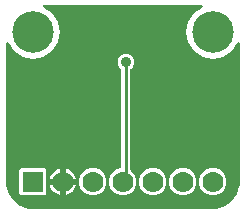
<source format=gbr>
G04 EAGLE Gerber RS-274X export*
G75*
%MOMM*%
%FSLAX34Y34*%
%LPD*%
%INBottom Copper*%
%IPPOS*%
%AMOC8*
5,1,8,0,0,1.08239X$1,22.5*%
G01*
%ADD10R,1.778000X1.778000*%
%ADD11C,1.778000*%
%ADD12C,3.516000*%
%ADD13C,0.906400*%
%ADD14C,0.304800*%
%ADD15C,0.254000*%

G36*
X177822Y2543D02*
X177822Y2543D01*
X177900Y2545D01*
X181277Y2810D01*
X181345Y2824D01*
X181414Y2829D01*
X181570Y2869D01*
X187994Y4956D01*
X188101Y5006D01*
X188212Y5050D01*
X188263Y5083D01*
X188282Y5091D01*
X188297Y5104D01*
X188348Y5136D01*
X193812Y9107D01*
X193899Y9188D01*
X193946Y9227D01*
X193952Y9231D01*
X193953Y9232D01*
X193991Y9264D01*
X194029Y9310D01*
X194044Y9324D01*
X194055Y9342D01*
X194093Y9388D01*
X198064Y14852D01*
X198121Y14956D01*
X198185Y15056D01*
X198207Y15113D01*
X198217Y15131D01*
X198222Y15151D01*
X198244Y15206D01*
X200331Y21630D01*
X200344Y21698D01*
X200367Y21764D01*
X200390Y21923D01*
X200655Y25300D01*
X200655Y25304D01*
X200656Y25307D01*
X200655Y25326D01*
X200659Y25400D01*
X200659Y142396D01*
X200646Y142500D01*
X200642Y142604D01*
X200626Y142657D01*
X200619Y142711D01*
X200581Y142808D01*
X200551Y142909D01*
X200523Y142956D01*
X200502Y143007D01*
X200441Y143092D01*
X200387Y143181D01*
X200348Y143220D01*
X200316Y143265D01*
X200235Y143331D01*
X200161Y143404D01*
X200113Y143432D01*
X200071Y143467D01*
X199976Y143512D01*
X199886Y143564D01*
X199833Y143579D01*
X199783Y143603D01*
X199680Y143622D01*
X199580Y143651D01*
X199525Y143652D01*
X199471Y143663D01*
X199366Y143656D01*
X199262Y143659D01*
X199208Y143646D01*
X199153Y143643D01*
X199054Y143611D01*
X198952Y143587D01*
X198903Y143562D01*
X198851Y143545D01*
X198762Y143489D01*
X198670Y143441D01*
X198628Y143404D01*
X198582Y143375D01*
X198510Y143299D01*
X198432Y143229D01*
X198379Y143159D01*
X198364Y143143D01*
X198357Y143130D01*
X198335Y143101D01*
X193834Y136366D01*
X186478Y131450D01*
X177800Y129724D01*
X169122Y131450D01*
X161766Y136366D01*
X156850Y143722D01*
X155124Y152400D01*
X156850Y161078D01*
X161766Y168434D01*
X168501Y172935D01*
X168580Y173003D01*
X168665Y173064D01*
X168700Y173107D01*
X168741Y173143D01*
X168801Y173229D01*
X168867Y173309D01*
X168891Y173359D01*
X168922Y173405D01*
X168958Y173503D01*
X169003Y173597D01*
X169013Y173651D01*
X169032Y173703D01*
X169043Y173807D01*
X169063Y173910D01*
X169059Y173965D01*
X169065Y174019D01*
X169049Y174123D01*
X169043Y174227D01*
X169026Y174279D01*
X169018Y174334D01*
X168977Y174430D01*
X168945Y174529D01*
X168915Y174576D01*
X168894Y174627D01*
X168831Y174710D01*
X168775Y174798D01*
X168735Y174836D01*
X168701Y174880D01*
X168619Y174945D01*
X168543Y175016D01*
X168495Y175043D01*
X168452Y175077D01*
X168356Y175119D01*
X168265Y175170D01*
X168211Y175183D01*
X168161Y175206D01*
X168058Y175223D01*
X167957Y175249D01*
X167869Y175255D01*
X167847Y175258D01*
X167832Y175257D01*
X167796Y175259D01*
X35404Y175259D01*
X35300Y175246D01*
X35196Y175242D01*
X35143Y175226D01*
X35089Y175219D01*
X34992Y175181D01*
X34891Y175151D01*
X34844Y175123D01*
X34793Y175102D01*
X34708Y175041D01*
X34619Y174987D01*
X34580Y174948D01*
X34535Y174916D01*
X34469Y174835D01*
X34396Y174761D01*
X34368Y174713D01*
X34333Y174671D01*
X34288Y174576D01*
X34236Y174486D01*
X34221Y174433D01*
X34197Y174383D01*
X34178Y174280D01*
X34149Y174180D01*
X34148Y174125D01*
X34137Y174071D01*
X34144Y173966D01*
X34141Y173862D01*
X34154Y173808D01*
X34157Y173753D01*
X34189Y173654D01*
X34213Y173552D01*
X34238Y173503D01*
X34255Y173451D01*
X34311Y173362D01*
X34359Y173270D01*
X34396Y173228D01*
X34425Y173182D01*
X34501Y173110D01*
X34571Y173032D01*
X34641Y172979D01*
X34657Y172964D01*
X34670Y172957D01*
X34699Y172935D01*
X41434Y168434D01*
X46350Y161078D01*
X48076Y152400D01*
X46350Y143722D01*
X41434Y136366D01*
X34078Y131450D01*
X25400Y129724D01*
X16722Y131450D01*
X9366Y136366D01*
X4865Y143101D01*
X4797Y143180D01*
X4736Y143265D01*
X4693Y143300D01*
X4657Y143341D01*
X4571Y143401D01*
X4491Y143467D01*
X4441Y143491D01*
X4395Y143522D01*
X4297Y143558D01*
X4203Y143603D01*
X4149Y143613D01*
X4097Y143632D01*
X3993Y143643D01*
X3890Y143663D01*
X3835Y143659D01*
X3781Y143665D01*
X3677Y143649D01*
X3573Y143643D01*
X3521Y143626D01*
X3466Y143618D01*
X3370Y143577D01*
X3271Y143545D01*
X3224Y143515D01*
X3173Y143494D01*
X3090Y143431D01*
X3002Y143375D01*
X2964Y143335D01*
X2920Y143301D01*
X2855Y143219D01*
X2784Y143143D01*
X2757Y143095D01*
X2723Y143052D01*
X2681Y142956D01*
X2630Y142865D01*
X2617Y142811D01*
X2594Y142761D01*
X2577Y142658D01*
X2551Y142557D01*
X2545Y142469D01*
X2542Y142447D01*
X2543Y142432D01*
X2541Y142396D01*
X2541Y25400D01*
X2543Y25378D01*
X2545Y25300D01*
X2810Y21923D01*
X2824Y21855D01*
X2829Y21786D01*
X2869Y21630D01*
X4956Y15206D01*
X5006Y15099D01*
X5050Y14988D01*
X5083Y14937D01*
X5091Y14918D01*
X5104Y14903D01*
X5136Y14852D01*
X9107Y9388D01*
X9127Y9366D01*
X9138Y9348D01*
X9184Y9305D01*
X9188Y9301D01*
X9264Y9209D01*
X9310Y9171D01*
X9324Y9156D01*
X9342Y9145D01*
X9388Y9107D01*
X14596Y5322D01*
X14852Y5136D01*
X14956Y5079D01*
X15056Y5015D01*
X15113Y4993D01*
X15131Y4983D01*
X15151Y4978D01*
X15206Y4956D01*
X21630Y2869D01*
X21698Y2856D01*
X21764Y2833D01*
X21923Y2810D01*
X25300Y2545D01*
X25322Y2546D01*
X25400Y2541D01*
X177800Y2541D01*
X177822Y2543D01*
G37*
%LPC*%
G36*
X99326Y13969D02*
X99326Y13969D01*
X95125Y15709D01*
X91909Y18925D01*
X90169Y23126D01*
X90169Y27674D01*
X91909Y31875D01*
X95125Y35091D01*
X99546Y36922D01*
X99571Y36936D01*
X99599Y36945D01*
X99631Y36965D01*
X99636Y36967D01*
X99650Y36977D01*
X99709Y37015D01*
X99822Y37079D01*
X99843Y37100D01*
X99868Y37116D01*
X99957Y37210D01*
X100050Y37300D01*
X100066Y37326D01*
X100086Y37347D01*
X100149Y37461D01*
X100217Y37572D01*
X100225Y37600D01*
X100240Y37626D01*
X100272Y37751D01*
X100310Y37876D01*
X100312Y37905D01*
X100319Y37934D01*
X100329Y38094D01*
X100329Y120283D01*
X100317Y120381D01*
X100314Y120480D01*
X100297Y120538D01*
X100289Y120598D01*
X100253Y120690D01*
X100225Y120785D01*
X100195Y120838D01*
X100172Y120894D01*
X100114Y120974D01*
X100064Y121059D01*
X99998Y121135D01*
X99986Y121151D01*
X99976Y121159D01*
X99958Y121180D01*
X98144Y122994D01*
X97067Y125593D01*
X97067Y128407D01*
X98144Y131006D01*
X100134Y132996D01*
X102733Y134073D01*
X105547Y134073D01*
X108146Y132996D01*
X110136Y131006D01*
X111213Y128407D01*
X111213Y125593D01*
X110136Y122994D01*
X108322Y121180D01*
X108262Y121102D01*
X108194Y121030D01*
X108165Y120977D01*
X108128Y120929D01*
X108088Y120838D01*
X108040Y120751D01*
X108025Y120693D01*
X108001Y120637D01*
X107986Y120539D01*
X107961Y120443D01*
X107955Y120343D01*
X107951Y120323D01*
X107953Y120311D01*
X107951Y120283D01*
X107951Y35740D01*
X107963Y35642D01*
X107966Y35543D01*
X107983Y35485D01*
X107991Y35425D01*
X108027Y35333D01*
X108055Y35238D01*
X108085Y35186D01*
X108108Y35129D01*
X108166Y35049D01*
X108216Y34964D01*
X108282Y34889D01*
X108294Y34872D01*
X108304Y34864D01*
X108322Y34843D01*
X111291Y31875D01*
X113031Y27674D01*
X113031Y23126D01*
X111291Y18925D01*
X108075Y15709D01*
X103874Y13969D01*
X99326Y13969D01*
G37*
%LPD*%
%LPC*%
G36*
X15458Y13969D02*
X15458Y13969D01*
X13969Y15458D01*
X13969Y35342D01*
X15458Y36831D01*
X35342Y36831D01*
X36831Y35342D01*
X36831Y15458D01*
X35342Y13969D01*
X15458Y13969D01*
G37*
%LPD*%
%LPC*%
G36*
X175526Y13969D02*
X175526Y13969D01*
X171325Y15709D01*
X168109Y18925D01*
X166369Y23126D01*
X166369Y27674D01*
X168109Y31875D01*
X171325Y35091D01*
X175526Y36831D01*
X180074Y36831D01*
X184275Y35091D01*
X187491Y31875D01*
X189231Y27674D01*
X189231Y23126D01*
X187491Y18925D01*
X184275Y15709D01*
X180074Y13969D01*
X175526Y13969D01*
G37*
%LPD*%
%LPC*%
G36*
X150126Y13969D02*
X150126Y13969D01*
X145925Y15709D01*
X142709Y18925D01*
X140969Y23126D01*
X140969Y27674D01*
X142709Y31875D01*
X145925Y35091D01*
X150126Y36831D01*
X154674Y36831D01*
X158875Y35091D01*
X162091Y31875D01*
X163831Y27674D01*
X163831Y23126D01*
X162091Y18925D01*
X158875Y15709D01*
X154674Y13969D01*
X150126Y13969D01*
G37*
%LPD*%
%LPC*%
G36*
X124726Y13969D02*
X124726Y13969D01*
X120525Y15709D01*
X117309Y18925D01*
X115569Y23126D01*
X115569Y27674D01*
X117309Y31875D01*
X120525Y35091D01*
X124726Y36831D01*
X129274Y36831D01*
X133475Y35091D01*
X136691Y31875D01*
X138431Y27674D01*
X138431Y23126D01*
X136691Y18925D01*
X133475Y15709D01*
X129274Y13969D01*
X124726Y13969D01*
G37*
%LPD*%
%LPC*%
G36*
X73926Y13969D02*
X73926Y13969D01*
X69725Y15709D01*
X66509Y18925D01*
X64769Y23126D01*
X64769Y27674D01*
X66509Y31875D01*
X69725Y35091D01*
X73926Y36831D01*
X78474Y36831D01*
X82675Y35091D01*
X85891Y31875D01*
X87631Y27674D01*
X87631Y23126D01*
X85891Y18925D01*
X82675Y15709D01*
X78474Y13969D01*
X73926Y13969D01*
G37*
%LPD*%
%LPC*%
G36*
X53299Y27899D02*
X53299Y27899D01*
X53299Y36577D01*
X53477Y36549D01*
X55188Y35993D01*
X56791Y35177D01*
X58247Y34119D01*
X59519Y32847D01*
X60577Y31391D01*
X61393Y29788D01*
X61949Y28077D01*
X61977Y27899D01*
X53299Y27899D01*
G37*
%LPD*%
%LPC*%
G36*
X39623Y27899D02*
X39623Y27899D01*
X39651Y28077D01*
X40207Y29788D01*
X41023Y31391D01*
X42081Y32847D01*
X43353Y34119D01*
X44809Y35177D01*
X46412Y35993D01*
X48123Y36549D01*
X48301Y36577D01*
X48301Y27899D01*
X39623Y27899D01*
G37*
%LPD*%
%LPC*%
G36*
X53299Y22901D02*
X53299Y22901D01*
X61977Y22901D01*
X61949Y22723D01*
X61393Y21012D01*
X60577Y19409D01*
X59519Y17953D01*
X58247Y16681D01*
X56791Y15623D01*
X55188Y14807D01*
X53477Y14251D01*
X53299Y14223D01*
X53299Y22901D01*
G37*
%LPD*%
%LPC*%
G36*
X48123Y14251D02*
X48123Y14251D01*
X46412Y14807D01*
X44809Y15623D01*
X43353Y16681D01*
X42081Y17953D01*
X41023Y19409D01*
X40207Y21012D01*
X39651Y22723D01*
X39623Y22901D01*
X48301Y22901D01*
X48301Y14223D01*
X48123Y14251D01*
G37*
%LPD*%
D10*
X25400Y25400D03*
D11*
X50800Y25400D03*
X76200Y25400D03*
X101600Y25400D03*
X127000Y25400D03*
X152400Y25400D03*
X177800Y25400D03*
D12*
X25400Y152400D03*
X177800Y152400D03*
D13*
X43180Y99060D03*
D14*
X45720Y101600D01*
D13*
X88900Y58420D03*
D15*
X73660Y73660D01*
X104140Y27940D02*
X101600Y25400D01*
X104140Y27940D02*
X104140Y127000D01*
D13*
X104140Y127000D03*
M02*

</source>
